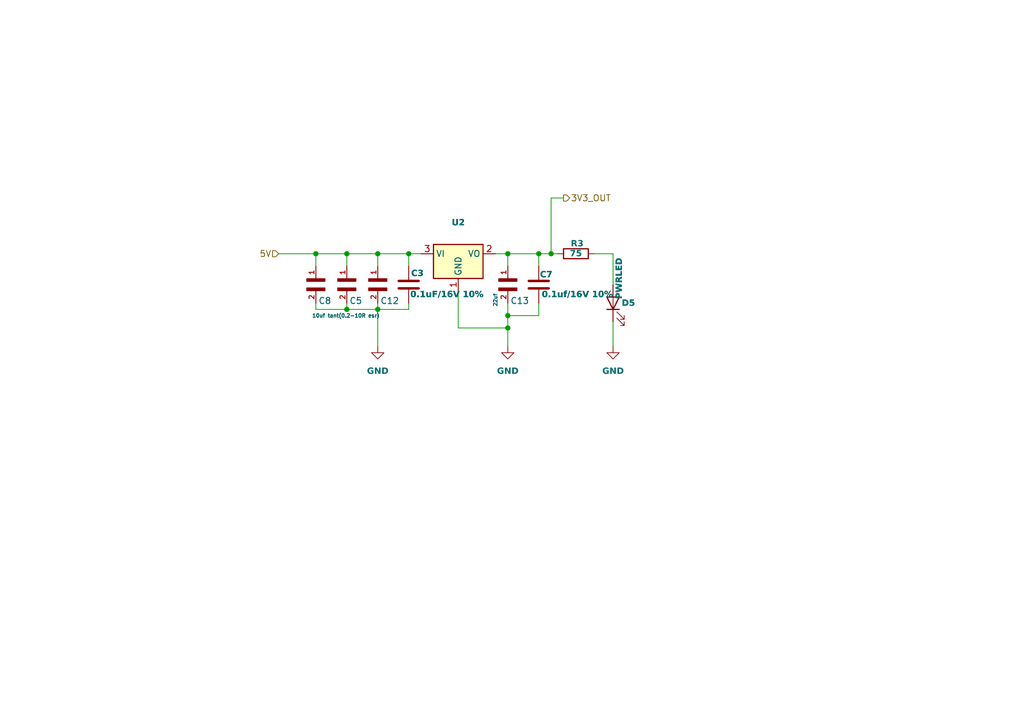
<source format=kicad_sch>
(kicad_sch (version 20250114) (generator "eeschema") (generator_version "9.0")
  (paper "A5")
  (lib_symbols
    (symbol "Device:C" (pin_numbers (hide yes)) (pin_names (offset 0.254))
      (property "Reference" "C" (at 0.635 2.54 0))
      (property "Value" "C" (at 0.635 -2.54 0))
      (symbol "C_0_1"
        (polyline (pts (xy -2.032 0.762) (xy 2.032 0.762)) (stroke (width 0.508)))
        (polyline (pts (xy -2.032 -0.762) (xy 2.032 -0.762)) (stroke (width 0.508)))
      )
      (symbol "C_1_1"
        (pin passive line (at 0 3.81 270) (length 2.794) (name "~") (number "1"))
        (pin passive line (at 0 -3.81 90) (length 2.794) (name "~") (number "2"))
      )
    )
    (symbol "Device:LED" (pin_numbers (hide yes)) (pin_names (offset 1.016) (hide yes))
      (property "Reference" "D" (at 0 2.54 0))
      (property "Value" "LED" (at 0 -2.54 0))
      (symbol "LED_0_1"
        (polyline (pts (xy -3.048 -0.762) (xy -4.572 -2.286) (xy -3.81 -2.286) (xy -4.572 -2.286) (xy -4.572 -1.524)))
        (polyline (pts (xy -1.778 -0.762) (xy -3.302 -2.286) (xy -2.54 -2.286) (xy -3.302 -2.286) (xy -3.302 -1.524)))
        (polyline (pts (xy -1.27 0) (xy 1.27 0)))
        (polyline (pts (xy -1.27 -1.27) (xy -1.27 1.27)) (stroke (width 0.254)))
        (polyline (pts (xy 1.27 -1.27) (xy 1.27 1.27) (xy -1.27 0) (xy 1.27 -1.27)) (stroke (width 0.254)))
      )
      (symbol "LED_1_1"
        (pin passive line (at -3.81 0 0) (length 2.54) (name "K") (number "1"))
        (pin passive line (at 3.81 0 180) (length 2.54) (name "A") (number "2"))
      )
    )
    (symbol "Device:R" (pin_numbers (hide yes)) (pin_names (offset 0))
      (property "Reference" "R" (at 2.032 0 90))
      (property "Value" "R" (at 0 0 90))
      (symbol "R_0_1"
        (rectangle (start -1.016 -2.54) (end 1.016 2.54) (stroke (width 0.254)))
      )
      (symbol "R_1_1"
        (pin passive line (at 0 3.81 270) (length 1.27) (name "~") (number "1"))
        (pin passive line (at 0 -3.81 90) (length 1.27) (name "~") (number "2"))
      )
    )
    (symbol "Regulator_Linear:AMS1117-3.3"
      (property "Reference" "U" (at -3.81 3.175 0))
      (property "Value" "AMS1117-3.3" (at 0 3.175 0))
      (symbol "AMS1117-3.3_0_1"
        (rectangle (start -5.08 -5.08) (end 5.08 1.905) (stroke (width 0.254)) (fill (type background)))
      )
      (symbol "AMS1117-3.3_1_1"
        (pin power_in line (at -7.62 0 0) (length 2.54) (name "VI") (number "3"))
        (pin power_in line (at 0 -7.62 90) (length 2.54) (name "GND") (number "1"))
        (pin power_out line (at 7.62 0 180) (length 2.54) (name "VO") (number "2"))
      )
    )
    (symbol "TPSA106K010R0900:TPSA106K010R0900" (pin_names (offset 1.016))
      (property "Reference" "C" (at 0 3.81 0))
      (property "Value" "TPSA106K010R0900" (at 0 -5.08 0))
      (symbol "TPSA106K010R0900_0_0"
        (rectangle (start 0 -1.905) (end 0.635 1.905) (stroke (width 0.1)) (fill (type outline)))
        (rectangle (start 1.905 -1.905) (end 2.54 1.905) (stroke (width 0.1)) (fill (type outline)))
        (pin passive line (at -2.54 0 0) (length 2.54) (name "~") (number "2"))
        (pin passive line (at 5.08 0 180) (length 2.54) (name "~") (number "1"))
      )
    )
    (symbol "power:GND" (power) (pin_numbers (hide yes)) (pin_names (offset 0) (hide yes))
      (property "Value" "GND" (at 0 -3.81 0))
      (symbol "GND_0_1"
        (polyline (pts (xy 0 0) (xy 0 -1.27) (xy 1.27 -1.27) (xy 0 -2.54) (xy -1.27 -1.27) (xy 0 -1.27)))
      )
      (symbol "GND_1_1"
        (pin power_in line (at 0 0 270) (length 0) (name "~") (number "1"))
      )
    )
  )
  (junction (at 83.82 52.07))
  (junction (at 77.47 52.07))
  (junction (at 71.12 52.07))
  (junction (at 104.14 67.31))
  (junction (at 64.77 52.07))
  (junction (at 77.47 63.5))
  (junction (at 71.12 63.5))
  (junction (at 104.14 64.77))
  (junction (at 113.03 52.07))
  (junction (at 104.14 52.07))
  (junction (at 110.49 52.07))
  (wire (pts (xy 77.47 52.07) (xy 83.82 52.07)))
  (wire (pts (xy 110.49 52.07) (xy 113.03 52.07)))
  (wire (pts (xy 77.47 52.07) (xy 77.47 54.61)))
  (wire (pts (xy 110.49 62.23) (xy 110.49 64.77)))
  (wire (pts (xy 71.12 52.07) (xy 71.12 54.61)))
  (wire (pts (xy 83.82 62.23) (xy 83.82 63.5)))
  (wire (pts (xy 83.82 54.61) (xy 83.82 52.07)))
  (wire (pts (xy 104.14 52.07) (xy 104.14 54.61)))
  (wire (pts (xy 93.98 67.31) (xy 104.14 67.31)))
  (wire (pts (xy 125.73 66.04) (xy 125.73 71.12)))
  (wire (pts (xy 57.15 52.07) (xy 64.77 52.07)))
  (wire (pts (xy 83.82 63.5) (xy 77.47 63.5)))
  (wire (pts (xy 104.14 64.77) (xy 110.49 64.77)))
  (wire (pts (xy 71.12 52.07) (xy 77.47 52.07)))
  (wire (pts (xy 104.14 52.07) (xy 110.49 52.07)))
  (wire (pts (xy 115.57 40.64) (xy 113.03 40.64)))
  (wire (pts (xy 77.47 63.5) (xy 77.47 71.12)))
  (wire (pts (xy 77.47 62.23) (xy 77.47 63.5)))
  (wire (pts (xy 104.14 62.23) (xy 104.14 64.77)))
  (wire (pts (xy 101.6 52.07) (xy 104.14 52.07)))
  (wire (pts (xy 83.82 52.07) (xy 86.36 52.07)))
  (wire (pts (xy 110.49 52.07) (xy 110.49 54.61)))
  (wire (pts (xy 64.77 52.07) (xy 64.77 54.61)))
  (wire (pts (xy 104.14 67.31) (xy 104.14 71.12)))
  (wire (pts (xy 71.12 63.5) (xy 77.47 63.5)))
  (wire (pts (xy 64.77 62.23) (xy 64.77 63.5)))
  (wire (pts (xy 113.03 40.64) (xy 113.03 52.07)))
  (wire (pts (xy 64.77 52.07) (xy 71.12 52.07)))
  (wire (pts (xy 64.77 63.5) (xy 71.12 63.5)))
  (wire (pts (xy 104.14 64.77) (xy 104.14 67.31)))
  (wire (pts (xy 113.03 52.07) (xy 114.3 52.07)))
  (wire (pts (xy 93.98 59.69) (xy 93.98 67.31)))
  (wire (pts (xy 125.73 52.07) (xy 125.73 58.42)))
  (wire (pts (xy 121.92 52.07) (xy 125.73 52.07)))
  (wire (pts (xy 71.12 62.23) (xy 71.12 63.5)))
  (hierarchical_label "3V3_OUT" (shape output) (at 115.57 40.64 0))
  (hierarchical_label "5V" (shape input) (at 57.15 52.07 180))
  (symbol (lib_id "Device:C") (at 83.82 58.42 0) (unit 1)
    (property "Reference" "C3" (at 84.328 56.134 0) (effects (justify left)))
    (property "Value" "0.1uF/16V 10%" (at 84.074 60.452 0) (effects (justify left)))
    (property "Footprint" "C1206C104K5RACTU:VARC3216X85N" (effects (hide yes)))
    (property "Description" "Unpolarized capacitor 0.1uf GRM033C71C104KE14D:CAPC0603X33N" (effects (hide yes)))
  )
  (symbol (lib_id "Device:LED") (at 125.73 62.23 90) (unit 1)
    (property "Reference" "D5" (at 127.508 62.23 90) (effects (justify right)))
    (property "Value" "PWRLED" (at 127 60.96 0) (effects (justify left)))
    (property "Footprint" "LTST_C191KGKT:0603" (effects (hide yes)))
    (property "Description" "Light emitting diode" (effects (hide yes)))
    (property "Sim.Pins" "1=K 2=A" (effects (hide yes)))
  )
  (symbol (lib_id "Device:C") (at 110.49 58.42 0) (unit 1)
    (property "Reference" "C7" (at 110.744 56.388 0) (effects (justify left)))
    (property "Value" "0.1uf/16V 10%" (at 110.998 60.452 0) (effects (justify left)))
    (property "Footprint" "C1206C104K5RACTU:VARC3216X85N" (effects (hide yes)))
    (property "Description" "Unpolarized capacitor 0.1uf GRM033C71C104KE14D:CAPC0603X33N" (effects (hide yes)))
  )
  (symbol (lib_id "power:GND") (at 125.73 71.12 0) (unit 1)
    (property "Reference" "#PWR07" (effects (hide yes)))
    (property "Value" "GND" (at 125.73 76.2 0))
    (property "Description" "Power symbol creates a global label with name \"GND\" , ground" (effects (hide yes)))
  )
  (symbol (lib_id "TPSA106K010R0900:TPSA106K010R0900") (at 64.77 59.69 90) (unit 1)
    (property "Reference" "C8" (at 65.278 61.722 90) (effects (justify right)))
    (property "Value" "10uf tant(0.2-10R esr)" (effects (hide yes)))
    (property "Footprint" "Capacitor_SMD:C_1206_3216Metric" (effects (hide yes)))
    (property "Description" "10uf tant(0.2-10R esr)" (effects (hide yes)))
  )
  (symbol (lib_id "power:GND") (at 77.47 71.12 0) (unit 1)
    (property "Reference" "#PWR03" (effects (hide yes)))
    (property "Value" "GND" (at 77.47 76.2 0))
    (property "Description" "Power symbol creates a global label with name \"GND\" , ground" (effects (hide yes)))
  )
  (symbol (lib_id "Regulator_Linear:AMS1117-3.3") (at 93.98 52.07 0) (unit 1)
    (property "Reference" "U2" (at 93.98 45.72 0))
    (property "Value" "AMS1117-3.3" (effects (hide yes)))
    (property "Footprint" "Package_TO_SOT_SMD:SOT-223-3_TabPin2" (effects (hide yes)))
    (property "Datasheet" "http://www.advanced-monolithic.com/pdf/ds1117.pdf" (effects (hide yes)))
    (property "Description" "1A Low Dropout regulator, positive, 3.3V fixed output, SOT-223 AMS1117-3.3" (effects (hide yes)))
  )
  (symbol (lib_id "TPSA106K010R0900:TPSA106K010R0900") (at 77.47 59.69 90) (unit 1)
    (property "Reference" "C12" (at 77.978 61.722 90) (effects (justify right)))
    (property "Value" "10uf tant(0.2-10R esr)" (effects (hide yes)))
    (property "Footprint" "Capacitor_SMD:C_1206_3216Metric" (effects (hide yes)))
    (property "Description" "10uf tant(0.2-10R esr)" (effects (hide yes)))
  )
  (symbol (lib_id "TPSA106K010R0900:TPSA106K010R0900") (at 71.12 59.69 90) (unit 1)
    (property "Reference" "C5" (at 71.628 61.722 90) (effects (justify right)))
    (property "Value" "10uf tant(0.2-10R esr)" (at 64.008 64.77 90) (effects (font (size 0.762 0.762)) (justify right)))
    (property "Footprint" "Capacitor_SMD:C_1206_3216Metric" (effects (hide yes)))
    (property "Description" "10uf tant(0.2-10R esr)" (effects (hide yes)))
  )
  (symbol (lib_id "Device:R") (at 118.11 52.07 90) (unit 1)
    (property "Reference" "R3" (at 118.364 50.038 90))
    (property "Value" "75" (at 118.11 52.07 90))
    (property "Footprint" "Resistor_SMD:R_0402_1005Metric" (effects (hide yes)))
    (property "Description" "Resistor" (effects (hide yes)))
  )
  (symbol (lib_id "TPSA106K010R0900:TPSA106K010R0900") (at 104.14 59.69 90) (unit 1)
    (property "Reference" "C13" (at 104.648 61.722 90) (effects (justify right)))
    (property "Value" "22uf" (at 101.6 60.198 0) (effects (font (size 0.762 0.762)) (justify right)))
    (property "Footprint" "Capacitor_SMD:C_1206_3216Metric" (effects (hide yes)))
    (property "Description" "10uf tant(0.2-10R esr)" (effects (hide yes)))
  )
  (symbol (lib_id "power:GND") (at 104.14 71.12 0) (unit 1)
    (property "Reference" "#PWR06" (effects (hide yes)))
    (property "Value" "GND" (at 104.14 76.2 0))
    (property "Description" "Power symbol creates a global label with name \"GND\" , ground" (effects (hide yes)))
  )
)
</source>
